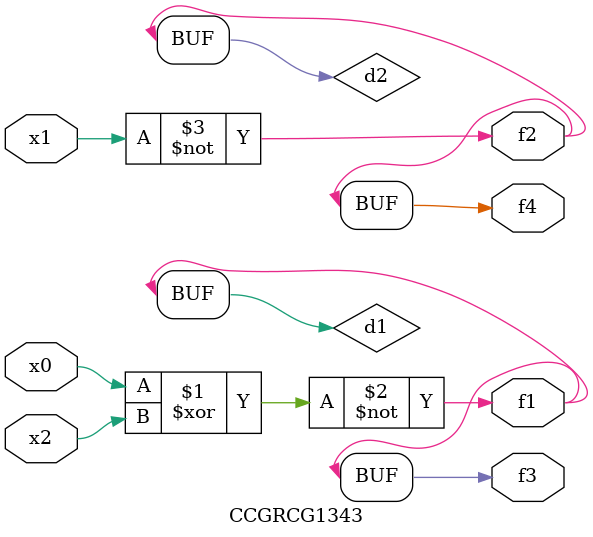
<source format=v>
module CCGRCG1343(
	input x0, x1, x2,
	output f1, f2, f3, f4
);

	wire d1, d2, d3;

	xnor (d1, x0, x2);
	nand (d2, x1);
	nor (d3, x1, x2);
	assign f1 = d1;
	assign f2 = d2;
	assign f3 = d1;
	assign f4 = d2;
endmodule

</source>
